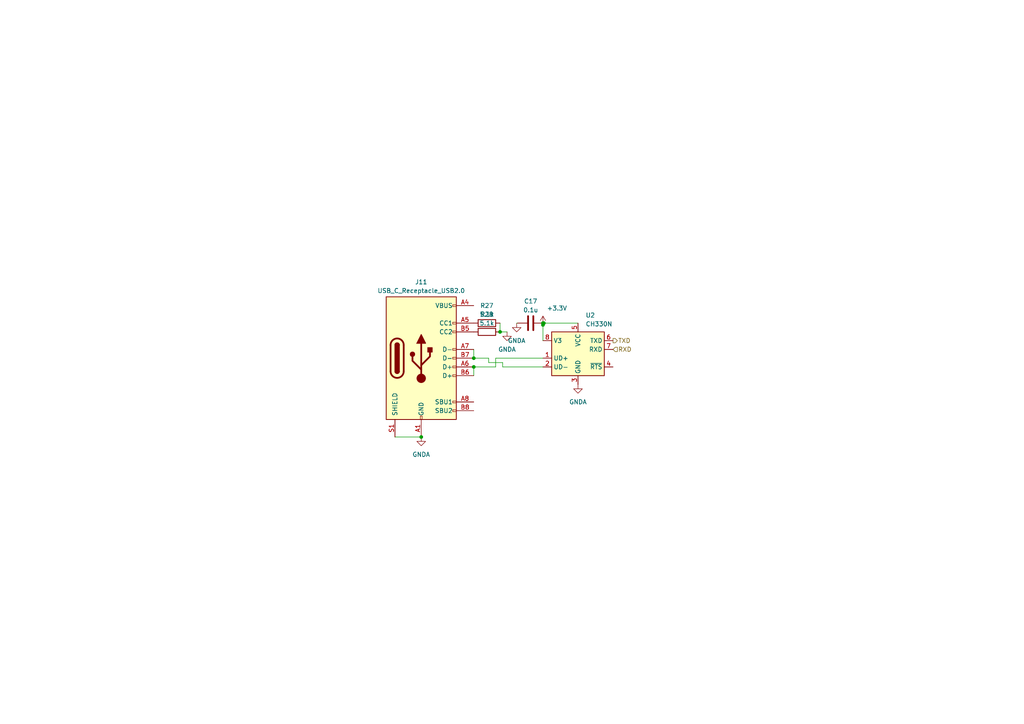
<source format=kicad_sch>
(kicad_sch
	(version 20231120)
	(generator "eeschema")
	(generator_version "8.0")
	(uuid "c01c7454-3e7c-47c5-bb26-df8ba30407c9")
	(paper "A4")
	(lib_symbols
		(symbol "Connector:USB_C_Receptacle_USB2.0"
			(pin_names
				(offset 1.016)
			)
			(exclude_from_sim no)
			(in_bom yes)
			(on_board yes)
			(property "Reference" "J"
				(at -10.16 19.05 0)
				(effects
					(font
						(size 1.27 1.27)
					)
					(justify left)
				)
			)
			(property "Value" "USB_C_Receptacle_USB2.0"
				(at 19.05 19.05 0)
				(effects
					(font
						(size 1.27 1.27)
					)
					(justify right)
				)
			)
			(property "Footprint" ""
				(at 3.81 0 0)
				(effects
					(font
						(size 1.27 1.27)
					)
					(hide yes)
				)
			)
			(property "Datasheet" "https://www.usb.org/sites/default/files/documents/usb_type-c.zip"
				(at 3.81 0 0)
				(effects
					(font
						(size 1.27 1.27)
					)
					(hide yes)
				)
			)
			(property "Description" "USB 2.0-only Type-C Receptacle connector"
				(at 0 0 0)
				(effects
					(font
						(size 1.27 1.27)
					)
					(hide yes)
				)
			)
			(property "ki_keywords" "usb universal serial bus type-C USB2.0"
				(at 0 0 0)
				(effects
					(font
						(size 1.27 1.27)
					)
					(hide yes)
				)
			)
			(property "ki_fp_filters" "USB*C*Receptacle*"
				(at 0 0 0)
				(effects
					(font
						(size 1.27 1.27)
					)
					(hide yes)
				)
			)
			(symbol "USB_C_Receptacle_USB2.0_0_0"
				(rectangle
					(start -0.254 -17.78)
					(end 0.254 -16.764)
					(stroke
						(width 0)
						(type default)
					)
					(fill
						(type none)
					)
				)
				(rectangle
					(start 10.16 -14.986)
					(end 9.144 -15.494)
					(stroke
						(width 0)
						(type default)
					)
					(fill
						(type none)
					)
				)
				(rectangle
					(start 10.16 -12.446)
					(end 9.144 -12.954)
					(stroke
						(width 0)
						(type default)
					)
					(fill
						(type none)
					)
				)
				(rectangle
					(start 10.16 -4.826)
					(end 9.144 -5.334)
					(stroke
						(width 0)
						(type default)
					)
					(fill
						(type none)
					)
				)
				(rectangle
					(start 10.16 -2.286)
					(end 9.144 -2.794)
					(stroke
						(width 0)
						(type default)
					)
					(fill
						(type none)
					)
				)
				(rectangle
					(start 10.16 0.254)
					(end 9.144 -0.254)
					(stroke
						(width 0)
						(type default)
					)
					(fill
						(type none)
					)
				)
				(rectangle
					(start 10.16 2.794)
					(end 9.144 2.286)
					(stroke
						(width 0)
						(type default)
					)
					(fill
						(type none)
					)
				)
				(rectangle
					(start 10.16 7.874)
					(end 9.144 7.366)
					(stroke
						(width 0)
						(type default)
					)
					(fill
						(type none)
					)
				)
				(rectangle
					(start 10.16 10.414)
					(end 9.144 9.906)
					(stroke
						(width 0)
						(type default)
					)
					(fill
						(type none)
					)
				)
				(rectangle
					(start 10.16 15.494)
					(end 9.144 14.986)
					(stroke
						(width 0)
						(type default)
					)
					(fill
						(type none)
					)
				)
			)
			(symbol "USB_C_Receptacle_USB2.0_0_1"
				(rectangle
					(start -10.16 17.78)
					(end 10.16 -17.78)
					(stroke
						(width 0.254)
						(type default)
					)
					(fill
						(type background)
					)
				)
				(arc
					(start -8.89 -3.81)
					(mid -6.985 -5.7067)
					(end -5.08 -3.81)
					(stroke
						(width 0.508)
						(type default)
					)
					(fill
						(type none)
					)
				)
				(arc
					(start -7.62 -3.81)
					(mid -6.985 -4.4423)
					(end -6.35 -3.81)
					(stroke
						(width 0.254)
						(type default)
					)
					(fill
						(type none)
					)
				)
				(arc
					(start -7.62 -3.81)
					(mid -6.985 -4.4423)
					(end -6.35 -3.81)
					(stroke
						(width 0.254)
						(type default)
					)
					(fill
						(type outline)
					)
				)
				(rectangle
					(start -7.62 -3.81)
					(end -6.35 3.81)
					(stroke
						(width 0.254)
						(type default)
					)
					(fill
						(type outline)
					)
				)
				(arc
					(start -6.35 3.81)
					(mid -6.985 4.4423)
					(end -7.62 3.81)
					(stroke
						(width 0.254)
						(type default)
					)
					(fill
						(type none)
					)
				)
				(arc
					(start -6.35 3.81)
					(mid -6.985 4.4423)
					(end -7.62 3.81)
					(stroke
						(width 0.254)
						(type default)
					)
					(fill
						(type outline)
					)
				)
				(arc
					(start -5.08 3.81)
					(mid -6.985 5.7067)
					(end -8.89 3.81)
					(stroke
						(width 0.508)
						(type default)
					)
					(fill
						(type none)
					)
				)
				(circle
					(center -2.54 1.143)
					(radius 0.635)
					(stroke
						(width 0.254)
						(type default)
					)
					(fill
						(type outline)
					)
				)
				(circle
					(center 0 -5.842)
					(radius 1.27)
					(stroke
						(width 0)
						(type default)
					)
					(fill
						(type outline)
					)
				)
				(polyline
					(pts
						(xy -8.89 -3.81) (xy -8.89 3.81)
					)
					(stroke
						(width 0.508)
						(type default)
					)
					(fill
						(type none)
					)
				)
				(polyline
					(pts
						(xy -5.08 3.81) (xy -5.08 -3.81)
					)
					(stroke
						(width 0.508)
						(type default)
					)
					(fill
						(type none)
					)
				)
				(polyline
					(pts
						(xy 0 -5.842) (xy 0 4.318)
					)
					(stroke
						(width 0.508)
						(type default)
					)
					(fill
						(type none)
					)
				)
				(polyline
					(pts
						(xy 0 -3.302) (xy -2.54 -0.762) (xy -2.54 0.508)
					)
					(stroke
						(width 0.508)
						(type default)
					)
					(fill
						(type none)
					)
				)
				(polyline
					(pts
						(xy 0 -2.032) (xy 2.54 0.508) (xy 2.54 1.778)
					)
					(stroke
						(width 0.508)
						(type default)
					)
					(fill
						(type none)
					)
				)
				(polyline
					(pts
						(xy -1.27 4.318) (xy 0 6.858) (xy 1.27 4.318) (xy -1.27 4.318)
					)
					(stroke
						(width 0.254)
						(type default)
					)
					(fill
						(type outline)
					)
				)
				(rectangle
					(start 1.905 1.778)
					(end 3.175 3.048)
					(stroke
						(width 0.254)
						(type default)
					)
					(fill
						(type outline)
					)
				)
			)
			(symbol "USB_C_Receptacle_USB2.0_1_1"
				(pin passive line
					(at 0 -22.86 90)
					(length 5.08)
					(name "GND"
						(effects
							(font
								(size 1.27 1.27)
							)
						)
					)
					(number "A1"
						(effects
							(font
								(size 1.27 1.27)
							)
						)
					)
				)
				(pin passive line
					(at 0 -22.86 90)
					(length 5.08) hide
					(name "GND"
						(effects
							(font
								(size 1.27 1.27)
							)
						)
					)
					(number "A12"
						(effects
							(font
								(size 1.27 1.27)
							)
						)
					)
				)
				(pin passive line
					(at 15.24 15.24 180)
					(length 5.08)
					(name "VBUS"
						(effects
							(font
								(size 1.27 1.27)
							)
						)
					)
					(number "A4"
						(effects
							(font
								(size 1.27 1.27)
							)
						)
					)
				)
				(pin bidirectional line
					(at 15.24 10.16 180)
					(length 5.08)
					(name "CC1"
						(effects
							(font
								(size 1.27 1.27)
							)
						)
					)
					(number "A5"
						(effects
							(font
								(size 1.27 1.27)
							)
						)
					)
				)
				(pin bidirectional line
					(at 15.24 -2.54 180)
					(length 5.08)
					(name "D+"
						(effects
							(font
								(size 1.27 1.27)
							)
						)
					)
					(number "A6"
						(effects
							(font
								(size 1.27 1.27)
							)
						)
					)
				)
				(pin bidirectional line
					(at 15.24 2.54 180)
					(length 5.08)
					(name "D-"
						(effects
							(font
								(size 1.27 1.27)
							)
						)
					)
					(number "A7"
						(effects
							(font
								(size 1.27 1.27)
							)
						)
					)
				)
				(pin bidirectional line
					(at 15.24 -12.7 180)
					(length 5.08)
					(name "SBU1"
						(effects
							(font
								(size 1.27 1.27)
							)
						)
					)
					(number "A8"
						(effects
							(font
								(size 1.27 1.27)
							)
						)
					)
				)
				(pin passive line
					(at 15.24 15.24 180)
					(length 5.08) hide
					(name "VBUS"
						(effects
							(font
								(size 1.27 1.27)
							)
						)
					)
					(number "A9"
						(effects
							(font
								(size 1.27 1.27)
							)
						)
					)
				)
				(pin passive line
					(at 0 -22.86 90)
					(length 5.08) hide
					(name "GND"
						(effects
							(font
								(size 1.27 1.27)
							)
						)
					)
					(number "B1"
						(effects
							(font
								(size 1.27 1.27)
							)
						)
					)
				)
				(pin passive line
					(at 0 -22.86 90)
					(length 5.08) hide
					(name "GND"
						(effects
							(font
								(size 1.27 1.27)
							)
						)
					)
					(number "B12"
						(effects
							(font
								(size 1.27 1.27)
							)
						)
					)
				)
				(pin passive line
					(at 15.24 15.24 180)
					(length 5.08) hide
					(name "VBUS"
						(effects
							(font
								(size 1.27 1.27)
							)
						)
					)
					(number "B4"
						(effects
							(font
								(size 1.27 1.27)
							)
						)
					)
				)
				(pin bidirectional line
					(at 15.24 7.62 180)
					(length 5.08)
					(name "CC2"
						(effects
							(font
								(size 1.27 1.27)
							)
						)
					)
					(number "B5"
						(effects
							(font
								(size 1.27 1.27)
							)
						)
					)
				)
				(pin bidirectional line
					(at 15.24 -5.08 180)
					(length 5.08)
					(name "D+"
						(effects
							(font
								(size 1.27 1.27)
							)
						)
					)
					(number "B6"
						(effects
							(font
								(size 1.27 1.27)
							)
						)
					)
				)
				(pin bidirectional line
					(at 15.24 0 180)
					(length 5.08)
					(name "D-"
						(effects
							(font
								(size 1.27 1.27)
							)
						)
					)
					(number "B7"
						(effects
							(font
								(size 1.27 1.27)
							)
						)
					)
				)
				(pin bidirectional line
					(at 15.24 -15.24 180)
					(length 5.08)
					(name "SBU2"
						(effects
							(font
								(size 1.27 1.27)
							)
						)
					)
					(number "B8"
						(effects
							(font
								(size 1.27 1.27)
							)
						)
					)
				)
				(pin passive line
					(at 15.24 15.24 180)
					(length 5.08) hide
					(name "VBUS"
						(effects
							(font
								(size 1.27 1.27)
							)
						)
					)
					(number "B9"
						(effects
							(font
								(size 1.27 1.27)
							)
						)
					)
				)
				(pin passive line
					(at -7.62 -22.86 90)
					(length 5.08)
					(name "SHIELD"
						(effects
							(font
								(size 1.27 1.27)
							)
						)
					)
					(number "S1"
						(effects
							(font
								(size 1.27 1.27)
							)
						)
					)
				)
			)
		)
		(symbol "Device:C"
			(pin_numbers hide)
			(pin_names
				(offset 0.254)
			)
			(exclude_from_sim no)
			(in_bom yes)
			(on_board yes)
			(property "Reference" "C"
				(at 0.635 2.54 0)
				(effects
					(font
						(size 1.27 1.27)
					)
					(justify left)
				)
			)
			(property "Value" "C"
				(at 0.635 -2.54 0)
				(effects
					(font
						(size 1.27 1.27)
					)
					(justify left)
				)
			)
			(property "Footprint" ""
				(at 0.9652 -3.81 0)
				(effects
					(font
						(size 1.27 1.27)
					)
					(hide yes)
				)
			)
			(property "Datasheet" "~"
				(at 0 0 0)
				(effects
					(font
						(size 1.27 1.27)
					)
					(hide yes)
				)
			)
			(property "Description" "Unpolarized capacitor"
				(at 0 0 0)
				(effects
					(font
						(size 1.27 1.27)
					)
					(hide yes)
				)
			)
			(property "ki_keywords" "cap capacitor"
				(at 0 0 0)
				(effects
					(font
						(size 1.27 1.27)
					)
					(hide yes)
				)
			)
			(property "ki_fp_filters" "C_*"
				(at 0 0 0)
				(effects
					(font
						(size 1.27 1.27)
					)
					(hide yes)
				)
			)
			(symbol "C_0_1"
				(polyline
					(pts
						(xy -2.032 -0.762) (xy 2.032 -0.762)
					)
					(stroke
						(width 0.508)
						(type default)
					)
					(fill
						(type none)
					)
				)
				(polyline
					(pts
						(xy -2.032 0.762) (xy 2.032 0.762)
					)
					(stroke
						(width 0.508)
						(type default)
					)
					(fill
						(type none)
					)
				)
			)
			(symbol "C_1_1"
				(pin passive line
					(at 0 3.81 270)
					(length 2.794)
					(name "~"
						(effects
							(font
								(size 1.27 1.27)
							)
						)
					)
					(number "1"
						(effects
							(font
								(size 1.27 1.27)
							)
						)
					)
				)
				(pin passive line
					(at 0 -3.81 90)
					(length 2.794)
					(name "~"
						(effects
							(font
								(size 1.27 1.27)
							)
						)
					)
					(number "2"
						(effects
							(font
								(size 1.27 1.27)
							)
						)
					)
				)
			)
		)
		(symbol "Device:R"
			(pin_numbers hide)
			(pin_names
				(offset 0)
			)
			(exclude_from_sim no)
			(in_bom yes)
			(on_board yes)
			(property "Reference" "R"
				(at 2.032 0 90)
				(effects
					(font
						(size 1.27 1.27)
					)
				)
			)
			(property "Value" "R"
				(at 0 0 90)
				(effects
					(font
						(size 1.27 1.27)
					)
				)
			)
			(property "Footprint" ""
				(at -1.778 0 90)
				(effects
					(font
						(size 1.27 1.27)
					)
					(hide yes)
				)
			)
			(property "Datasheet" "~"
				(at 0 0 0)
				(effects
					(font
						(size 1.27 1.27)
					)
					(hide yes)
				)
			)
			(property "Description" "Resistor"
				(at 0 0 0)
				(effects
					(font
						(size 1.27 1.27)
					)
					(hide yes)
				)
			)
			(property "ki_keywords" "R res resistor"
				(at 0 0 0)
				(effects
					(font
						(size 1.27 1.27)
					)
					(hide yes)
				)
			)
			(property "ki_fp_filters" "R_*"
				(at 0 0 0)
				(effects
					(font
						(size 1.27 1.27)
					)
					(hide yes)
				)
			)
			(symbol "R_0_1"
				(rectangle
					(start -1.016 -2.54)
					(end 1.016 2.54)
					(stroke
						(width 0.254)
						(type default)
					)
					(fill
						(type none)
					)
				)
			)
			(symbol "R_1_1"
				(pin passive line
					(at 0 3.81 270)
					(length 1.27)
					(name "~"
						(effects
							(font
								(size 1.27 1.27)
							)
						)
					)
					(number "1"
						(effects
							(font
								(size 1.27 1.27)
							)
						)
					)
				)
				(pin passive line
					(at 0 -3.81 90)
					(length 1.27)
					(name "~"
						(effects
							(font
								(size 1.27 1.27)
							)
						)
					)
					(number "2"
						(effects
							(font
								(size 1.27 1.27)
							)
						)
					)
				)
			)
		)
		(symbol "Interface_USB:CH330N"
			(exclude_from_sim no)
			(in_bom yes)
			(on_board yes)
			(property "Reference" "U"
				(at -7.62 6.35 0)
				(effects
					(font
						(size 1.27 1.27)
					)
					(justify left)
				)
			)
			(property "Value" "CH330N"
				(at 7.62 6.35 0)
				(effects
					(font
						(size 1.27 1.27)
					)
					(justify right)
				)
			)
			(property "Footprint" "Package_SO:SOIC-8_3.9x4.9mm_P1.27mm"
				(at -3.81 19.05 0)
				(effects
					(font
						(size 1.27 1.27)
					)
					(hide yes)
				)
			)
			(property "Datasheet" "http://www.wch.cn/downloads/file/240.html"
				(at -2.54 5.08 0)
				(effects
					(font
						(size 1.27 1.27)
					)
					(hide yes)
				)
			)
			(property "Description" "USB serial converter, UART, SOIC-8"
				(at 0 0 0)
				(effects
					(font
						(size 1.27 1.27)
					)
					(hide yes)
				)
			)
			(property "ki_keywords" "usb uart wch serial"
				(at 0 0 0)
				(effects
					(font
						(size 1.27 1.27)
					)
					(hide yes)
				)
			)
			(property "ki_fp_filters" "SOIC*3.9x4.9mm*P1.27mm*"
				(at 0 0 0)
				(effects
					(font
						(size 1.27 1.27)
					)
					(hide yes)
				)
			)
			(symbol "CH330N_0_1"
				(rectangle
					(start -7.62 5.08)
					(end 7.62 -7.62)
					(stroke
						(width 0.254)
						(type default)
					)
					(fill
						(type background)
					)
				)
			)
			(symbol "CH330N_1_1"
				(pin bidirectional line
					(at -10.16 -2.54 0)
					(length 2.54)
					(name "UD+"
						(effects
							(font
								(size 1.27 1.27)
							)
						)
					)
					(number "1"
						(effects
							(font
								(size 1.27 1.27)
							)
						)
					)
				)
				(pin bidirectional line
					(at -10.16 -5.08 0)
					(length 2.54)
					(name "UD-"
						(effects
							(font
								(size 1.27 1.27)
							)
						)
					)
					(number "2"
						(effects
							(font
								(size 1.27 1.27)
							)
						)
					)
				)
				(pin power_in line
					(at 0 -10.16 90)
					(length 2.54)
					(name "GND"
						(effects
							(font
								(size 1.27 1.27)
							)
						)
					)
					(number "3"
						(effects
							(font
								(size 1.27 1.27)
							)
						)
					)
				)
				(pin output line
					(at 10.16 -5.08 180)
					(length 2.54)
					(name "~{RTS}"
						(effects
							(font
								(size 1.27 1.27)
							)
						)
					)
					(number "4"
						(effects
							(font
								(size 1.27 1.27)
							)
						)
					)
				)
				(pin power_in line
					(at 0 7.62 270)
					(length 2.54)
					(name "VCC"
						(effects
							(font
								(size 1.27 1.27)
							)
						)
					)
					(number "5"
						(effects
							(font
								(size 1.27 1.27)
							)
						)
					)
				)
				(pin output line
					(at 10.16 2.54 180)
					(length 2.54)
					(name "TXD"
						(effects
							(font
								(size 1.27 1.27)
							)
						)
					)
					(number "6"
						(effects
							(font
								(size 1.27 1.27)
							)
						)
					)
				)
				(pin input line
					(at 10.16 0 180)
					(length 2.54)
					(name "RXD"
						(effects
							(font
								(size 1.27 1.27)
							)
						)
					)
					(number "7"
						(effects
							(font
								(size 1.27 1.27)
							)
						)
					)
				)
				(pin passive line
					(at -10.16 2.54 0)
					(length 2.54)
					(name "V3"
						(effects
							(font
								(size 1.27 1.27)
							)
						)
					)
					(number "8"
						(effects
							(font
								(size 1.27 1.27)
							)
						)
					)
				)
			)
		)
		(symbol "power:+3.3V"
			(power)
			(pin_names
				(offset 0)
			)
			(exclude_from_sim no)
			(in_bom yes)
			(on_board yes)
			(property "Reference" "#PWR"
				(at 0 -3.81 0)
				(effects
					(font
						(size 1.27 1.27)
					)
					(hide yes)
				)
			)
			(property "Value" "+3.3V"
				(at 0 3.556 0)
				(effects
					(font
						(size 1.27 1.27)
					)
				)
			)
			(property "Footprint" ""
				(at 0 0 0)
				(effects
					(font
						(size 1.27 1.27)
					)
					(hide yes)
				)
			)
			(property "Datasheet" ""
				(at 0 0 0)
				(effects
					(font
						(size 1.27 1.27)
					)
					(hide yes)
				)
			)
			(property "Description" "Power symbol creates a global label with name \"+3.3V\""
				(at 0 0 0)
				(effects
					(font
						(size 1.27 1.27)
					)
					(hide yes)
				)
			)
			(property "ki_keywords" "global power"
				(at 0 0 0)
				(effects
					(font
						(size 1.27 1.27)
					)
					(hide yes)
				)
			)
			(symbol "+3.3V_0_1"
				(polyline
					(pts
						(xy -0.762 1.27) (xy 0 2.54)
					)
					(stroke
						(width 0)
						(type default)
					)
					(fill
						(type none)
					)
				)
				(polyline
					(pts
						(xy 0 0) (xy 0 2.54)
					)
					(stroke
						(width 0)
						(type default)
					)
					(fill
						(type none)
					)
				)
				(polyline
					(pts
						(xy 0 2.54) (xy 0.762 1.27)
					)
					(stroke
						(width 0)
						(type default)
					)
					(fill
						(type none)
					)
				)
			)
			(symbol "+3.3V_1_1"
				(pin power_in line
					(at 0 0 90)
					(length 0) hide
					(name "+3.3V"
						(effects
							(font
								(size 1.27 1.27)
							)
						)
					)
					(number "1"
						(effects
							(font
								(size 1.27 1.27)
							)
						)
					)
				)
			)
		)
		(symbol "power:GNDA"
			(power)
			(pin_names
				(offset 0)
			)
			(exclude_from_sim no)
			(in_bom yes)
			(on_board yes)
			(property "Reference" "#PWR"
				(at 0 -6.35 0)
				(effects
					(font
						(size 1.27 1.27)
					)
					(hide yes)
				)
			)
			(property "Value" "GNDA"
				(at 0 -3.81 0)
				(effects
					(font
						(size 1.27 1.27)
					)
				)
			)
			(property "Footprint" ""
				(at 0 0 0)
				(effects
					(font
						(size 1.27 1.27)
					)
					(hide yes)
				)
			)
			(property "Datasheet" ""
				(at 0 0 0)
				(effects
					(font
						(size 1.27 1.27)
					)
					(hide yes)
				)
			)
			(property "Description" "Power symbol creates a global label with name \"GNDA\" , analog ground"
				(at 0 0 0)
				(effects
					(font
						(size 1.27 1.27)
					)
					(hide yes)
				)
			)
			(property "ki_keywords" "global power"
				(at 0 0 0)
				(effects
					(font
						(size 1.27 1.27)
					)
					(hide yes)
				)
			)
			(symbol "GNDA_0_1"
				(polyline
					(pts
						(xy 0 0) (xy 0 -1.27) (xy 1.27 -1.27) (xy 0 -2.54) (xy -1.27 -1.27) (xy 0 -1.27)
					)
					(stroke
						(width 0)
						(type default)
					)
					(fill
						(type none)
					)
				)
			)
			(symbol "GNDA_1_1"
				(pin power_in line
					(at 0 0 270)
					(length 0) hide
					(name "GNDA"
						(effects
							(font
								(size 1.27 1.27)
							)
						)
					)
					(number "1"
						(effects
							(font
								(size 1.27 1.27)
							)
						)
					)
				)
			)
		)
	)
	(junction
		(at 157.48 93.726)
		(diameter 0)
		(color 0 0 0 0)
		(uuid "1c5ea680-e78f-435f-8e3b-5bae7e4e1d00")
	)
	(junction
		(at 157.48 94.234)
		(diameter 0)
		(color 0 0 0 0)
		(uuid "23b465fa-80ab-479a-b45d-a2b0a29e8ca9")
	)
	(junction
		(at 145.034 96.266)
		(diameter 0)
		(color 0 0 0 0)
		(uuid "6ca012c1-2d88-4d38-be1a-927693685fa6")
	)
	(junction
		(at 137.414 103.886)
		(diameter 0)
		(color 0 0 0 0)
		(uuid "89461043-076e-4fd5-b6f1-c65d4e4c5d72")
	)
	(junction
		(at 157.734 93.726)
		(diameter 0)
		(color 0 0 0 0)
		(uuid "b4011f69-3de0-40fa-af8d-41400879f5b9")
	)
	(junction
		(at 137.414 106.426)
		(diameter 0)
		(color 0 0 0 0)
		(uuid "c505a272-def0-4c05-94fd-8d903f0059d5")
	)
	(junction
		(at 122.174 126.746)
		(diameter 0)
		(color 0 0 0 0)
		(uuid "fe3050f2-65aa-4615-8460-66161bd8b85b")
	)
	(wire
		(pts
			(xy 145.796 106.426) (xy 145.796 105.156)
		)
		(stroke
			(width 0)
			(type default)
		)
		(uuid "1407d786-0b02-4ea9-9528-3967bd589af7")
	)
	(wire
		(pts
			(xy 145.034 96.266) (xy 147.066 96.266)
		)
		(stroke
			(width 0)
			(type default)
		)
		(uuid "295316a2-2904-4aef-a64a-d30f81f4d718")
	)
	(wire
		(pts
			(xy 157.734 93.726) (xy 167.64 93.726)
		)
		(stroke
			(width 0)
			(type default)
		)
		(uuid "2d8fa767-6f4e-402d-8faa-caf19afd771d")
	)
	(wire
		(pts
			(xy 157.226 93.726) (xy 157.48 93.726)
		)
		(stroke
			(width 0)
			(type default)
		)
		(uuid "381e5aad-6727-436c-87ba-27348633fef5")
	)
	(wire
		(pts
			(xy 145.034 93.726) (xy 145.034 96.266)
		)
		(stroke
			(width 0)
			(type default)
		)
		(uuid "3e1bc788-c27e-4b2e-a831-abfe6aed9acd")
	)
	(wire
		(pts
			(xy 157.48 93.726) (xy 157.48 94.234)
		)
		(stroke
			(width 0)
			(type default)
		)
		(uuid "41ce0790-c3e3-4e76-ae5e-6e383a9e1c9b")
	)
	(wire
		(pts
			(xy 157.48 93.726) (xy 157.734 93.726)
		)
		(stroke
			(width 0)
			(type default)
		)
		(uuid "45fe5d6b-0f48-411b-ba4d-22a8e695aacc")
	)
	(wire
		(pts
			(xy 145.796 105.156) (xy 141.732 105.156)
		)
		(stroke
			(width 0)
			(type default)
		)
		(uuid "51689115-e331-4910-a3da-679e3135dc21")
	)
	(wire
		(pts
			(xy 122.174 126.746) (xy 114.554 126.746)
		)
		(stroke
			(width 0)
			(type default)
		)
		(uuid "5c806819-0b38-4311-a11c-d0ec5e65ac12")
	)
	(wire
		(pts
			(xy 137.414 106.426) (xy 143.764 106.426)
		)
		(stroke
			(width 0)
			(type default)
		)
		(uuid "7192bed3-8e0b-48fa-bbe1-0f60f2aa4aa3")
	)
	(wire
		(pts
			(xy 137.414 106.426) (xy 137.414 108.966)
		)
		(stroke
			(width 0)
			(type default)
		)
		(uuid "7bf183c8-56cc-4006-a71f-f92de19b4f05")
	)
	(wire
		(pts
			(xy 141.732 105.156) (xy 141.732 103.886)
		)
		(stroke
			(width 0)
			(type default)
		)
		(uuid "8f374019-3612-445b-a3de-d8f0ad7c5b98")
	)
	(wire
		(pts
			(xy 150.114 93.726) (xy 149.86 93.726)
		)
		(stroke
			(width 0)
			(type default)
		)
		(uuid "aebc5b08-9248-4b06-a530-f5a51aa06b53")
	)
	(wire
		(pts
			(xy 137.414 103.886) (xy 141.732 103.886)
		)
		(stroke
			(width 0)
			(type default)
		)
		(uuid "b58b3832-c7fa-41c1-99de-bc6f1ec30bdc")
	)
	(wire
		(pts
			(xy 143.764 103.886) (xy 157.48 103.886)
		)
		(stroke
			(width 0)
			(type default)
		)
		(uuid "c2239a56-7122-449a-8476-1684ad405792")
	)
	(wire
		(pts
			(xy 143.764 103.886) (xy 143.764 106.426)
		)
		(stroke
			(width 0)
			(type default)
		)
		(uuid "d545d312-23f4-4574-b04f-701dd5283c4f")
	)
	(wire
		(pts
			(xy 137.414 101.346) (xy 137.414 103.886)
		)
		(stroke
			(width 0)
			(type default)
		)
		(uuid "d6375ea9-7538-4958-918a-e5f3920ff9e4")
	)
	(wire
		(pts
			(xy 157.48 106.426) (xy 145.796 106.426)
		)
		(stroke
			(width 0)
			(type default)
		)
		(uuid "e0d904e2-4b68-4ceb-bdf4-d56f86886236")
	)
	(wire
		(pts
			(xy 157.48 94.234) (xy 157.48 98.806)
		)
		(stroke
			(width 0)
			(type default)
		)
		(uuid "f292b1c4-3ceb-4e23-be11-ae57f9175a83")
	)
	(hierarchical_label "RXD"
		(shape input)
		(at 177.8 101.346 0)
		(fields_autoplaced yes)
		(effects
			(font
				(size 1.27 1.27)
			)
			(justify left)
		)
		(uuid "7746f779-ae59-4011-8d2e-15ea87587766")
	)
	(hierarchical_label "TXD"
		(shape output)
		(at 177.8 98.806 0)
		(fields_autoplaced yes)
		(effects
			(font
				(size 1.27 1.27)
			)
			(justify left)
		)
		(uuid "e18cba06-cd6b-4746-a62b-61aea643eebe")
	)
	(symbol
		(lib_id "power:+3.3V")
		(at 157.48 94.234 0)
		(unit 1)
		(exclude_from_sim no)
		(in_bom yes)
		(on_board yes)
		(dnp no)
		(uuid "01d3076f-b6f3-4c1f-aaf7-6b6fbde2f009")
		(property "Reference" "#PWR011"
			(at 157.48 98.044 0)
			(effects
				(font
					(size 1.27 1.27)
				)
				(hide yes)
			)
		)
		(property "Value" "+3.3V"
			(at 161.544 89.408 0)
			(effects
				(font
					(size 1.27 1.27)
				)
			)
		)
		(property "Footprint" ""
			(at 157.48 94.234 0)
			(effects
				(font
					(size 1.27 1.27)
				)
				(hide yes)
			)
		)
		(property "Datasheet" ""
			(at 157.48 94.234 0)
			(effects
				(font
					(size 1.27 1.27)
				)
				(hide yes)
			)
		)
		(property "Description" ""
			(at 157.48 94.234 0)
			(effects
				(font
					(size 1.27 1.27)
				)
				(hide yes)
			)
		)
		(pin "1"
			(uuid "57450535-fa58-4a34-a58b-0c55f6f5d3a9")
		)
		(instances
			(project "motordriver_board"
				(path "/5aa24e62-4c81-4607-b371-076f7ad72490"
					(reference "#PWR011")
					(unit 1)
				)
			)
			(project "mainboard3"
				(path "/d46dc813-2f22-4678-8f4e-c5d745189e89/e63023b9-0b98-4ba6-a668-c180c6bcc469"
					(reference "#PWR055")
					(unit 1)
				)
			)
		)
	)
	(symbol
		(lib_id "power:GNDA")
		(at 149.86 93.726 0)
		(unit 1)
		(exclude_from_sim no)
		(in_bom yes)
		(on_board yes)
		(dnp no)
		(uuid "11fe6e68-f20d-4cdc-9be5-0f92a57d9af3")
		(property "Reference" "#PWR063"
			(at 149.86 100.076 0)
			(effects
				(font
					(size 1.27 1.27)
				)
				(hide yes)
			)
		)
		(property "Value" "GNDA"
			(at 149.86 98.806 0)
			(effects
				(font
					(size 1.27 1.27)
				)
			)
		)
		(property "Footprint" ""
			(at 149.86 93.726 0)
			(effects
				(font
					(size 1.27 1.27)
				)
				(hide yes)
			)
		)
		(property "Datasheet" ""
			(at 149.86 93.726 0)
			(effects
				(font
					(size 1.27 1.27)
				)
				(hide yes)
			)
		)
		(property "Description" ""
			(at 149.86 93.726 0)
			(effects
				(font
					(size 1.27 1.27)
				)
				(hide yes)
			)
		)
		(pin "1"
			(uuid "b739e89c-38f8-4599-bbca-9c12012a6d18")
		)
		(instances
			(project "motordriver_board"
				(path "/5aa24e62-4c81-4607-b371-076f7ad72490"
					(reference "#PWR063")
					(unit 1)
				)
			)
			(project "mainboard3"
				(path "/d46dc813-2f22-4678-8f4e-c5d745189e89/e63023b9-0b98-4ba6-a668-c180c6bcc469"
					(reference "#PWR054")
					(unit 1)
				)
			)
		)
	)
	(symbol
		(lib_id "power:GNDA")
		(at 122.174 126.746 0)
		(unit 1)
		(exclude_from_sim no)
		(in_bom yes)
		(on_board yes)
		(dnp no)
		(fields_autoplaced yes)
		(uuid "2e30c31f-9c48-4a16-ab80-9a57f36d7e88")
		(property "Reference" "#PWR062"
			(at 122.174 133.096 0)
			(effects
				(font
					(size 1.27 1.27)
				)
				(hide yes)
			)
		)
		(property "Value" "GNDA"
			(at 122.174 131.826 0)
			(effects
				(font
					(size 1.27 1.27)
				)
			)
		)
		(property "Footprint" ""
			(at 122.174 126.746 0)
			(effects
				(font
					(size 1.27 1.27)
				)
				(hide yes)
			)
		)
		(property "Datasheet" ""
			(at 122.174 126.746 0)
			(effects
				(font
					(size 1.27 1.27)
				)
				(hide yes)
			)
		)
		(property "Description" ""
			(at 122.174 126.746 0)
			(effects
				(font
					(size 1.27 1.27)
				)
				(hide yes)
			)
		)
		(pin "1"
			(uuid "f14251ac-07c5-4e97-bd42-265e50bbb9f2")
		)
		(instances
			(project "motordriver_board"
				(path "/5aa24e62-4c81-4607-b371-076f7ad72490"
					(reference "#PWR062")
					(unit 1)
				)
			)
			(project "mainboard3"
				(path "/d46dc813-2f22-4678-8f4e-c5d745189e89/e63023b9-0b98-4ba6-a668-c180c6bcc469"
					(reference "#PWR052")
					(unit 1)
				)
			)
		)
	)
	(symbol
		(lib_id "Device:C")
		(at 153.924 93.726 90)
		(unit 1)
		(exclude_from_sim no)
		(in_bom yes)
		(on_board yes)
		(dnp no)
		(fields_autoplaced yes)
		(uuid "35dfc61b-3b20-4adf-bad1-efcf42f7bc21")
		(property "Reference" "C17"
			(at 153.924 87.376 90)
			(effects
				(font
					(size 1.27 1.27)
				)
			)
		)
		(property "Value" "0.1u"
			(at 153.924 89.916 90)
			(effects
				(font
					(size 1.27 1.27)
				)
			)
		)
		(property "Footprint" "Capacitor_SMD:C_0603_1608Metric_Pad1.08x0.95mm_HandSolder"
			(at 157.734 92.7608 0)
			(effects
				(font
					(size 1.27 1.27)
				)
				(hide yes)
			)
		)
		(property "Datasheet" "~"
			(at 153.924 93.726 0)
			(effects
				(font
					(size 1.27 1.27)
				)
				(hide yes)
			)
		)
		(property "Description" ""
			(at 153.924 93.726 0)
			(effects
				(font
					(size 1.27 1.27)
				)
				(hide yes)
			)
		)
		(property "LCSC" "C14663"
			(at 153.924 93.726 90)
			(effects
				(font
					(size 1.27 1.27)
				)
				(hide yes)
			)
		)
		(pin "1"
			(uuid "2360eebf-3133-4b5a-b42d-7b6520e4e7c6")
		)
		(pin "2"
			(uuid "e211714c-5613-438b-8dd5-c5e55ca12596")
		)
		(instances
			(project "sMDU"
				(path "/01e9384d-acb3-40ee-83e0-c5c8a07f30ec"
					(reference "C17")
					(unit 1)
				)
				(path "/01e9384d-acb3-40ee-83e0-c5c8a07f30ec/086dea9c-06af-4312-9d68-ae693603fcbc"
					(reference "C29")
					(unit 1)
				)
			)
			(project "motordriver_board"
				(path "/5aa24e62-4c81-4607-b371-076f7ad72490"
					(reference "C11")
					(unit 1)
				)
			)
			(project "mainboard3"
				(path "/d46dc813-2f22-4678-8f4e-c5d745189e89/e63023b9-0b98-4ba6-a668-c180c6bcc469"
					(reference "C18")
					(unit 1)
				)
			)
		)
	)
	(symbol
		(lib_id "Device:R")
		(at 141.224 93.726 90)
		(unit 1)
		(exclude_from_sim no)
		(in_bom yes)
		(on_board yes)
		(dnp no)
		(fields_autoplaced yes)
		(uuid "3b6df12d-c6e5-4bd3-bbfa-43868f4d8365")
		(property "Reference" "R27"
			(at 141.224 88.646 90)
			(effects
				(font
					(size 1.27 1.27)
				)
			)
		)
		(property "Value" "5.1k"
			(at 141.224 91.186 90)
			(effects
				(font
					(size 1.27 1.27)
				)
			)
		)
		(property "Footprint" "Resistor_SMD:R_0603_1608Metric_Pad0.98x0.95mm_HandSolder"
			(at 141.224 95.504 90)
			(effects
				(font
					(size 1.27 1.27)
				)
				(hide yes)
			)
		)
		(property "Datasheet" "~"
			(at 141.224 93.726 0)
			(effects
				(font
					(size 1.27 1.27)
				)
				(hide yes)
			)
		)
		(property "Description" ""
			(at 141.224 93.726 0)
			(effects
				(font
					(size 1.27 1.27)
				)
				(hide yes)
			)
		)
		(property "LCSC" "C23186"
			(at 141.224 93.726 90)
			(effects
				(font
					(size 1.27 1.27)
				)
				(hide yes)
			)
		)
		(pin "1"
			(uuid "ed7edf26-19f7-4c97-a049-50a1d98ccd13")
		)
		(pin "2"
			(uuid "2ef052d3-7698-4299-9200-bc14ce889127")
		)
		(instances
			(project "sMDU"
				(path "/01e9384d-acb3-40ee-83e0-c5c8a07f30ec/086dea9c-06af-4312-9d68-ae693603fcbc"
					(reference "R27")
					(unit 1)
				)
			)
			(project "motordriver_board"
				(path "/5aa24e62-4c81-4607-b371-076f7ad72490"
					(reference "R21")
					(unit 1)
				)
			)
			(project "mainboard3"
				(path "/d46dc813-2f22-4678-8f4e-c5d745189e89/e63023b9-0b98-4ba6-a668-c180c6bcc469"
					(reference "R13")
					(unit 1)
				)
			)
		)
	)
	(symbol
		(lib_id "Interface_USB:CH330N")
		(at 167.64 101.346 0)
		(unit 1)
		(exclude_from_sim no)
		(in_bom yes)
		(on_board yes)
		(dnp no)
		(fields_autoplaced yes)
		(uuid "4ddc006a-413a-4f96-ab1b-27d9d75ae56f")
		(property "Reference" "U2"
			(at 169.8341 91.44 0)
			(effects
				(font
					(size 1.27 1.27)
				)
				(justify left)
			)
		)
		(property "Value" "CH330N"
			(at 169.8341 93.98 0)
			(effects
				(font
					(size 1.27 1.27)
				)
				(justify left)
			)
		)
		(property "Footprint" "Package_SO:SOIC-8_3.9x4.9mm_P1.27mm"
			(at 163.83 82.296 0)
			(effects
				(font
					(size 1.27 1.27)
				)
				(hide yes)
			)
		)
		(property "Datasheet" "http://www.wch.cn/downloads/file/240.html"
			(at 165.1 96.266 0)
			(effects
				(font
					(size 1.27 1.27)
				)
				(hide yes)
			)
		)
		(property "Description" ""
			(at 167.64 101.346 0)
			(effects
				(font
					(size 1.27 1.27)
				)
				(hide yes)
			)
		)
		(pin "1"
			(uuid "4cd88a49-a29d-47b4-b55d-18212233aa76")
		)
		(pin "2"
			(uuid "0c01bdc6-0843-4699-9bc9-75cf2e3a1719")
		)
		(pin "3"
			(uuid "f147b779-3754-4c0b-9cab-375af778a6c0")
		)
		(pin "4"
			(uuid "6259ccbc-9226-49dc-8879-e6183b87c06b")
		)
		(pin "5"
			(uuid "e1ffdeb4-0879-4761-a711-74e03870049f")
		)
		(pin "6"
			(uuid "4542e59f-5386-4510-a8d5-687a113e9c2e")
		)
		(pin "7"
			(uuid "b26e5d58-f1fa-4ecd-8d51-56b092ad6bfa")
		)
		(pin "8"
			(uuid "754a198f-210a-42a8-8a7a-131c16144692")
		)
		(instances
			(project "motordriver_board"
				(path "/5aa24e62-4c81-4607-b371-076f7ad72490"
					(reference "U2")
					(unit 1)
				)
			)
			(project "mainboard3"
				(path "/d46dc813-2f22-4678-8f4e-c5d745189e89/e63023b9-0b98-4ba6-a668-c180c6bcc469"
					(reference "U10")
					(unit 1)
				)
			)
		)
	)
	(symbol
		(lib_id "Device:R")
		(at 141.224 96.266 90)
		(unit 1)
		(exclude_from_sim no)
		(in_bom yes)
		(on_board yes)
		(dnp no)
		(fields_autoplaced yes)
		(uuid "76f04932-dfbd-4db1-9003-d6340b5d455a")
		(property "Reference" "R28"
			(at 141.224 91.186 90)
			(effects
				(font
					(size 1.27 1.27)
				)
			)
		)
		(property "Value" "5.1k"
			(at 141.224 93.726 90)
			(effects
				(font
					(size 1.27 1.27)
				)
			)
		)
		(property "Footprint" "Resistor_SMD:R_0603_1608Metric_Pad0.98x0.95mm_HandSolder"
			(at 141.224 98.044 90)
			(effects
				(font
					(size 1.27 1.27)
				)
				(hide yes)
			)
		)
		(property "Datasheet" "~"
			(at 141.224 96.266 0)
			(effects
				(font
					(size 1.27 1.27)
				)
				(hide yes)
			)
		)
		(property "Description" ""
			(at 141.224 96.266 0)
			(effects
				(font
					(size 1.27 1.27)
				)
				(hide yes)
			)
		)
		(property "LCSC" "C23186"
			(at 141.224 96.266 90)
			(effects
				(font
					(size 1.27 1.27)
				)
				(hide yes)
			)
		)
		(pin "1"
			(uuid "001e29a6-a49d-41e3-8015-15eedfd469e3")
		)
		(pin "2"
			(uuid "2d14cb4d-358e-4543-934e-bf391a67f03a")
		)
		(instances
			(project "sMDU"
				(path "/01e9384d-acb3-40ee-83e0-c5c8a07f30ec/086dea9c-06af-4312-9d68-ae693603fcbc"
					(reference "R28")
					(unit 1)
				)
			)
			(project "motordriver_board"
				(path "/5aa24e62-4c81-4607-b371-076f7ad72490"
					(reference "R22")
					(unit 1)
				)
			)
			(project "mainboard3"
				(path "/d46dc813-2f22-4678-8f4e-c5d745189e89/e63023b9-0b98-4ba6-a668-c180c6bcc469"
					(reference "R10")
					(unit 1)
				)
			)
		)
	)
	(symbol
		(lib_id "power:GNDA")
		(at 167.64 111.506 0)
		(unit 1)
		(exclude_from_sim no)
		(in_bom yes)
		(on_board yes)
		(dnp no)
		(fields_autoplaced yes)
		(uuid "879b1e1f-31c9-4939-bb85-f22571c6b8c5")
		(property "Reference" "#PWR013"
			(at 167.64 117.856 0)
			(effects
				(font
					(size 1.27 1.27)
				)
				(hide yes)
			)
		)
		(property "Value" "GNDA"
			(at 167.64 116.586 0)
			(effects
				(font
					(size 1.27 1.27)
				)
			)
		)
		(property "Footprint" ""
			(at 167.64 111.506 0)
			(effects
				(font
					(size 1.27 1.27)
				)
				(hide yes)
			)
		)
		(property "Datasheet" ""
			(at 167.64 111.506 0)
			(effects
				(font
					(size 1.27 1.27)
				)
				(hide yes)
			)
		)
		(property "Description" ""
			(at 167.64 111.506 0)
			(effects
				(font
					(size 1.27 1.27)
				)
				(hide yes)
			)
		)
		(pin "1"
			(uuid "7dc6a9b1-a6a3-48bf-826b-483dc44684c8")
		)
		(instances
			(project "motordriver_board"
				(path "/5aa24e62-4c81-4607-b371-076f7ad72490"
					(reference "#PWR013")
					(unit 1)
				)
			)
			(project "mainboard3"
				(path "/d46dc813-2f22-4678-8f4e-c5d745189e89/e63023b9-0b98-4ba6-a668-c180c6bcc469"
					(reference "#PWR056")
					(unit 1)
				)
			)
		)
	)
	(symbol
		(lib_id "power:GNDA")
		(at 147.066 96.266 0)
		(unit 1)
		(exclude_from_sim no)
		(in_bom yes)
		(on_board yes)
		(dnp no)
		(uuid "e5ea87cb-123c-4e03-888a-a091dc34c888")
		(property "Reference" "#PWR014"
			(at 147.066 102.616 0)
			(effects
				(font
					(size 1.27 1.27)
				)
				(hide yes)
			)
		)
		(property "Value" "GNDA"
			(at 147.066 101.346 0)
			(effects
				(font
					(size 1.27 1.27)
				)
			)
		)
		(property "Footprint" ""
			(at 147.066 96.266 0)
			(effects
				(font
					(size 1.27 1.27)
				)
				(hide yes)
			)
		)
		(property "Datasheet" ""
			(at 147.066 96.266 0)
			(effects
				(font
					(size 1.27 1.27)
				)
				(hide yes)
			)
		)
		(property "Description" ""
			(at 147.066 96.266 0)
			(effects
				(font
					(size 1.27 1.27)
				)
				(hide yes)
			)
		)
		(pin "1"
			(uuid "32337f9b-9cc3-4ec9-b70d-5ba95ed055b4")
		)
		(instances
			(project "motordriver_board"
				(path "/5aa24e62-4c81-4607-b371-076f7ad72490"
					(reference "#PWR014")
					(unit 1)
				)
			)
			(project "mainboard3"
				(path "/d46dc813-2f22-4678-8f4e-c5d745189e89/e63023b9-0b98-4ba6-a668-c180c6bcc469"
					(reference "#PWR053")
					(unit 1)
				)
			)
		)
	)
	(symbol
		(lib_id "Connector:USB_C_Receptacle_USB2.0")
		(at 122.174 103.886 0)
		(unit 1)
		(exclude_from_sim no)
		(in_bom yes)
		(on_board yes)
		(dnp no)
		(fields_autoplaced yes)
		(uuid "fb511b5c-32e4-4694-9193-5a412177c7c2")
		(property "Reference" "J11"
			(at 122.174 81.788 0)
			(effects
				(font
					(size 1.27 1.27)
				)
			)
		)
		(property "Value" "USB_C_Receptacle_USB2.0"
			(at 122.174 84.328 0)
			(effects
				(font
					(size 1.27 1.27)
				)
			)
		)
		(property "Footprint" "Connector_USB:USB_C_Receptacle_HCTL_HC-TYPE-C-16P-01A"
			(at 125.984 103.886 0)
			(effects
				(font
					(size 1.27 1.27)
				)
				(hide yes)
			)
		)
		(property "Datasheet" "https://www.usb.org/sites/default/files/documents/usb_type-c.zip"
			(at 125.984 103.886 0)
			(effects
				(font
					(size 1.27 1.27)
				)
				(hide yes)
			)
		)
		(property "Description" ""
			(at 122.174 103.886 0)
			(effects
				(font
					(size 1.27 1.27)
				)
				(hide yes)
			)
		)
		(pin "A1"
			(uuid "df9b96d3-74bf-46e4-82a4-f965fb34264f")
		)
		(pin "A12"
			(uuid "517a0494-aee4-4c7c-b30f-bc6408d9b282")
		)
		(pin "A4"
			(uuid "e03c2dcf-6dd6-47cb-884b-bc76b3ef106f")
		)
		(pin "A5"
			(uuid "e0f6874a-b741-4873-9e6c-ddb83d2dec78")
		)
		(pin "A6"
			(uuid "1d809f87-e1b6-4705-b0ff-b745247c0ee5")
		)
		(pin "A7"
			(uuid "963c9935-6b8a-4852-a55d-2efb5ffa709d")
		)
		(pin "A8"
			(uuid "9773607b-e449-4ad0-8bd9-955e0d4d2d68")
		)
		(pin "A9"
			(uuid "899e310c-de07-4de0-acf2-79628d19612a")
		)
		(pin "B1"
			(uuid "c9695d37-8448-4298-8662-c335a50793be")
		)
		(pin "B12"
			(uuid "5e4d08a6-e905-4cde-96f1-f7f3091e8e82")
		)
		(pin "B4"
			(uuid "778c9fe5-8159-4218-a6f3-b393ddfab146")
		)
		(pin "B5"
			(uuid "93979ace-2cee-4f5a-82a0-bee79d0d2dab")
		)
		(pin "B6"
			(uuid "bc5cf11d-ba99-46cc-8547-4b7a1255c998")
		)
		(pin "B7"
			(uuid "e38441ce-6664-44e4-bda5-7f6522ab20cb")
		)
		(pin "B8"
			(uuid "7d0c9701-1b6e-41f0-bd23-40186a9c56ea")
		)
		(pin "B9"
			(uuid "9e48c7b4-f3de-4177-892b-fb245d487856")
		)
		(pin "S1"
			(uuid "27d0f0d9-bfa5-46c0-b977-f9a1e39b429e")
		)
		(instances
			(project "motordriver_board"
				(path "/5aa24e62-4c81-4607-b371-076f7ad72490"
					(reference "J11")
					(unit 1)
				)
			)
			(project "mainboard3"
				(path "/d46dc813-2f22-4678-8f4e-c5d745189e89/e63023b9-0b98-4ba6-a668-c180c6bcc469"
					(reference "J6")
					(unit 1)
				)
			)
		)
	)
)

</source>
